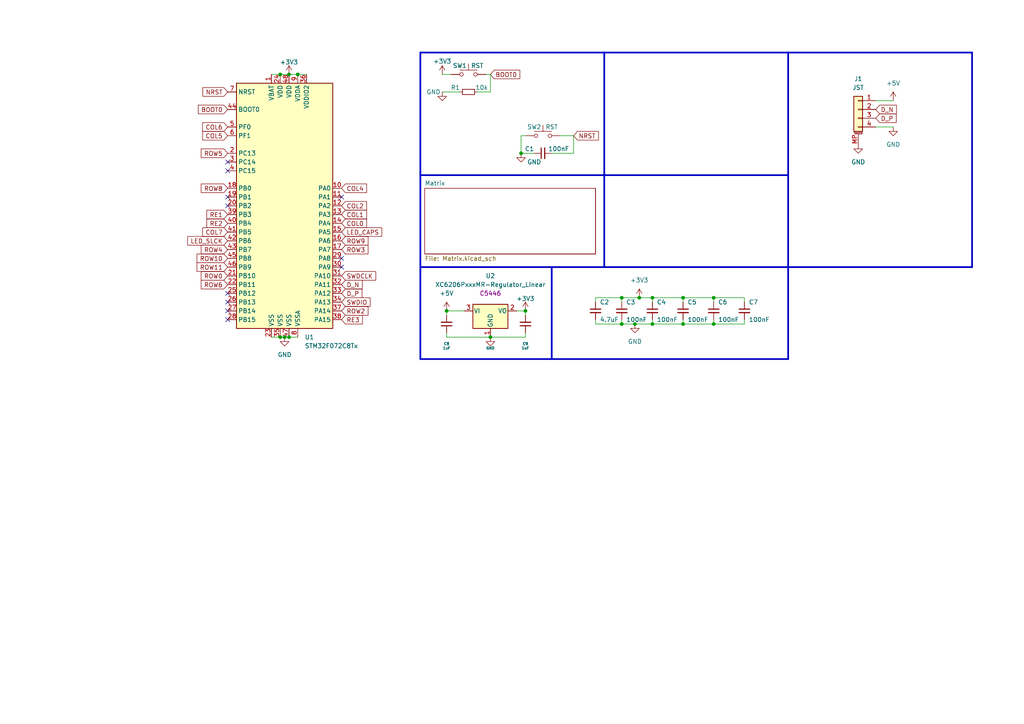
<source format=kicad_sch>
(kicad_sch (version 20231120) (generator "eeschema") (generator_version "8.0")
  (paper "A4")
  (lib_symbols
    (symbol "Connector_Generic_MountingPin:Conn_01x04_MountingPin" (pin_names (offset 1.016) hide)
      (property "Reference" "J" (at 0 5.08 0))
      (property "Value" "Conn_01x04_MountingPin" (at 1.27 -7.62 0))
      (symbol "Conn_01x04_MountingPin_1_1"
        (rectangle (start -1.27 -4.953) (end 0 -5.207) (stroke (width 0.1524)))
        (rectangle (start -1.27 -2.413) (end 0 -2.667) (stroke (width 0.1524)))
        (rectangle (start -1.27 0.127) (end 0 -0.127) (stroke (width 0.1524)))
        (rectangle (start -1.27 2.667) (end 0 2.413) (stroke (width 0.1524)))
        (rectangle (start -1.27 3.81) (end 1.27 -6.35) (stroke (width 0.254)) (fill (type background)))
        (polyline (pts (xy -1.016 -7.112) (xy 1.016 -7.112)) (stroke (width 0.1524)))
        (text "Mounting" (at 0 -6.731 0) (effects (font (size 0.381 0.381))))
        (pin passive line (at -5.08 2.54 0) (length 3.81) (name "Pin_1") (number "1"))
        (pin passive line (at -5.08 0 0) (length 3.81) (name "Pin_2") (number "2"))
        (pin passive line (at -5.08 -2.54 0) (length 3.81) (name "Pin_3") (number "3"))
        (pin passive line (at -5.08 -5.08 0) (length 3.81) (name "Pin_4") (number "4"))
        (pin passive line (at 0 -10.16 90) (length 3.048) (name "MountPin") (number "MP"))
      )
    )
    (symbol "Device:C_Small" (pin_numbers hide) (pin_names (offset 0.254) hide)
      (property "Reference" "C" (at 0.254 1.778 0))
      (property "Value" "C_Small" (at 0.254 -2.032 0))
      (symbol "C_Small_0_1"
        (polyline (pts (xy -1.524 -0.508) (xy 1.524 -0.508)) (stroke (width 0.3302)))
        (polyline (pts (xy -1.524 0.508) (xy 1.524 0.508)) (stroke (width 0.3048)))
      )
      (symbol "C_Small_1_1"
        (pin passive line (at 0 2.54 270) (length 2.032) (name "~") (number "1"))
        (pin passive line (at 0 -2.54 90) (length 2.032) (name "~") (number "2"))
      )
    )
    (symbol "Device:R_Small" (pin_numbers hide) (pin_names (offset 0.254) hide)
      (property "Reference" "R" (at 0.762 0.508 0))
      (property "Value" "R_Small" (at 0.762 -1.016 0))
      (symbol "R_Small_0_1"
        (rectangle (start -0.762 1.778) (end 0.762 -1.778) (stroke (width 0.2032)))
      )
      (symbol "R_Small_1_1"
        (pin passive line (at 0 2.54 270) (length 0.762) (name "~") (number "1"))
        (pin passive line (at 0 -2.54 90) (length 0.762) (name "~") (number "2"))
      )
    )
    (symbol "MCU_ST_STM32F0:STM32F072C8Tx"
      (property "Reference" "U" (at -15.24 36.83 0))
      (property "Value" "STM32F072C8Tx" (at 7.62 36.83 0))
      (symbol "STM32F072C8Tx_0_1"
        (rectangle (start -15.24 -35.56) (end 12.7 35.56) (stroke (width 0.254)) (fill (type background)))
      )
      (symbol "STM32F072C8Tx_1_1"
        (pin power_in line (at -5.08 38.1 270) (length 2.54) (name "VBAT") (number "1"))
        (pin bidirectional line (at 15.24 5.08 180) (length 2.54) (name "PA0") (number "10"))
        (pin bidirectional line (at 15.24 2.54 180) (length 2.54) (name "PA1") (number "11"))
        (pin bidirectional line (at 15.24 0 180) (length 2.54) (name "PA2") (number "12"))
        (pin bidirectional line (at 15.24 -2.54 180) (length 2.54) (name "PA3") (number "13"))
        (pin bidirectional line (at 15.24 -5.08 180) (length 2.54) (name "PA4") (number "14"))
        (pin bidirectional line (at 15.24 -7.62 180) (length 2.54) (name "PA5") (number "15"))
        (pin bidirectional line (at 15.24 -10.16 180) (length 2.54) (name "PA6") (number "16"))
        (pin bidirectional line (at 15.24 -12.7 180) (length 2.54) (name "PA7") (number "17"))
        (pin bidirectional line (at -17.78 5.08 0) (length 2.54) (name "PB0") (number "18"))
        (pin bidirectional line (at -17.78 2.54 0) (length 2.54) (name "PB1") (number "19"))
        (pin bidirectional line (at -17.78 15.24 0) (length 2.54) (name "PC13") (number "2"))
        (pin bidirectional line (at -17.78 0 0) (length 2.54) (name "PB2") (number "20"))
        (pin bidirectional line (at -17.78 -20.32 0) (length 2.54) (name "PB10") (number "21"))
        (pin bidirectional line (at -17.78 -22.86 0) (length 2.54) (name "PB11") (number "22"))
        (pin power_in line (at -5.08 -38.1 90) (length 2.54) (name "VSS") (number "23"))
        (pin power_in line (at -2.54 38.1 270) (length 2.54) (name "VDD") (number "24"))
        (pin bidirectional line (at -17.78 -25.4 0) (length 2.54) (name "PB12") (number "25"))
        (pin bidirectional line (at -17.78 -27.94 0) (length 2.54) (name "PB13") (number "26"))
        (pin bidirectional line (at -17.78 -30.48 0) (length 2.54) (name "PB14") (number "27"))
        (pin bidirectional line (at -17.78 -33.02 0) (length 2.54) (name "PB15") (number "28"))
        (pin bidirectional line (at 15.24 -15.24 180) (length 2.54) (name "PA8") (number "29"))
        (pin bidirectional line (at -17.78 12.7 0) (length 2.54) (name "PC14") (number "3"))
        (pin bidirectional line (at 15.24 -17.78 180) (length 2.54) (name "PA9") (number "30"))
        (pin bidirectional line (at 15.24 -20.32 180) (length 2.54) (name "PA10") (number "31"))
        (pin bidirectional line (at 15.24 -22.86 180) (length 2.54) (name "PA11") (number "32"))
        (pin bidirectional line (at 15.24 -25.4 180) (length 2.54) (name "PA12") (number "33"))
        (pin bidirectional line (at 15.24 -27.94 180) (length 2.54) (name "PA13") (number "34"))
        (pin power_in line (at -2.54 -38.1 90) (length 2.54) (name "VSS") (number "35"))
        (pin power_in line (at 5.08 38.1 270) (length 2.54) (name "VDDIO2") (number "36"))
        (pin bidirectional line (at 15.24 -30.48 180) (length 2.54) (name "PA14") (number "37"))
        (pin bidirectional line (at 15.24 -33.02 180) (length 2.54) (name "PA15") (number "38"))
        (pin bidirectional line (at -17.78 -2.54 0) (length 2.54) (name "PB3") (number "39"))
        (pin bidirectional line (at -17.78 10.16 0) (length 2.54) (name "PC15") (number "4"))
        (pin bidirectional line (at -17.78 -5.08 0) (length 2.54) (name "PB4") (number "40"))
        (pin bidirectional line (at -17.78 -7.62 0) (length 2.54) (name "PB5") (number "41"))
        (pin bidirectional line (at -17.78 -10.16 0) (length 2.54) (name "PB6") (number "42"))
        (pin bidirectional line (at -17.78 -12.7 0) (length 2.54) (name "PB7") (number "43"))
        (pin input line (at -17.78 27.94 0) (length 2.54) (name "BOOT0") (number "44"))
        (pin bidirectional line (at -17.78 -15.24 0) (length 2.54) (name "PB8") (number "45"))
        (pin bidirectional line (at -17.78 -17.78 0) (length 2.54) (name "PB9") (number "46"))
        (pin power_in line (at 0 -38.1 90) (length 2.54) (name "VSS") (number "47"))
        (pin power_in line (at 0 38.1 270) (length 2.54) (name "VDD") (number "48"))
        (pin input line (at -17.78 22.86 0) (length 2.54) (name "PF0") (number "5"))
        (pin input line (at -17.78 20.32 0) (length 2.54) (name "PF1") (number "6"))
        (pin input line (at -17.78 33.02 0) (length 2.54) (name "NRST") (number "7"))
        (pin power_in line (at 2.54 -38.1 90) (length 2.54) (name "VSSA") (number "8"))
        (pin power_in line (at 2.54 38.1 270) (length 2.54) (name "VDDA") (number "9"))
      )
    )
    (symbol "Switch:SW_Push" (pin_numbers hide) (pin_names (offset 1.016) hide)
      (property "Reference" "SW" (at 1.27 2.54 0))
      (property "Value" "SW_Push" (at 0 -1.524 0))
      (symbol "SW_Push_0_1"
        (circle (center -2.032 0) (radius 0.508))
        (polyline (pts (xy 0 1.27) (xy 0 3.048)))
        (polyline (pts (xy 2.54 1.27) (xy -2.54 1.27)))
        (circle (center 2.032 0) (radius 0.508))
        (pin passive line (at -5.08 0 0) (length 2.54) (name "1") (number "1"))
        (pin passive line (at 5.08 0 180) (length 2.54) (name "2") (number "2"))
      )
    )
    (symbol "kicad-keyboard-parts:XC6206PxxxMR-Regulator_Linear" (pin_names (offset 0.254))
      (property "Reference" "U" (at -3.81 3.175 0))
      (property "Value" "XC6206PxxxMR-Regulator_Linear" (at 0 3.175 0))
      (property "LCSC" "C5446" (at 0 0 0))
      (symbol "XC6206PxxxMR-Regulator_Linear_0_1"
        (rectangle (start -5.08 1.905) (end 5.08 -5.08) (stroke (width 0.254)) (fill (type background)))
      )
      (symbol "XC6206PxxxMR-Regulator_Linear_1_1"
        (pin power_in line (at 0 -7.62 90) (length 2.54) (name "GND") (number "1"))
        (pin power_out line (at 7.62 0 180) (length 2.54) (name "VO") (number "2"))
        (pin power_in line (at -7.62 0 0) (length 2.54) (name "VI") (number "3"))
      )
    )
    (symbol "power:+3.3V" (power) (pin_names (offset 0))
      (property "Value" "+3.3V" (at 0 3.556 0))
      (symbol "+3.3V_0_1"
        (polyline (pts (xy -0.762 1.27) (xy 0 2.54)))
        (polyline (pts (xy 0 0) (xy 0 2.54)))
        (polyline (pts (xy 0 2.54) (xy 0.762 1.27)))
      )
      (symbol "+3.3V_1_1"
        (pin power_in line (at 0 0 90) (length 0) hide (name "+3V3") (number "1"))
      )
    )
    (symbol "power:+3V3" (power) (pin_names (offset 0))
      (property "Value" "+3V3" (at 0 3.556 0))
      (symbol "+3V3_0_1"
        (polyline (pts (xy -0.762 1.27) (xy 0 2.54)))
        (polyline (pts (xy 0 0) (xy 0 2.54)))
        (polyline (pts (xy 0 2.54) (xy 0.762 1.27)))
      )
      (symbol "+3V3_1_1"
        (pin power_in line (at 0 0 90) (length 0) hide (name "+3V3") (number "1"))
      )
    )
    (symbol "power:+5V" (power) (pin_names (offset 0))
      (property "Value" "+5V" (at 0 3.556 0))
      (symbol "+5V_0_1"
        (polyline (pts (xy -0.762 1.27) (xy 0 2.54)))
        (polyline (pts (xy 0 0) (xy 0 2.54)))
        (polyline (pts (xy 0 2.54) (xy 0.762 1.27)))
      )
      (symbol "+5V_1_1"
        (pin power_in line (at 0 0 90) (length 0) hide (name "+5V") (number "1"))
      )
    )
    (symbol "power:GND" (power) (pin_names (offset 0))
      (property "Value" "GND" (at 0 -3.81 0))
      (symbol "GND_0_1"
        (polyline (pts (xy 0 0) (xy 0 -1.27) (xy 1.27 -1.27) (xy 0 -2.54) (xy -1.27 -1.27) (xy 0 -1.27)))
      )
      (symbol "GND_1_1"
        (pin power_in line (at 0 0 270) (length 0) hide (name "GND") (number "1"))
      )
    )
  )
  (junction (at 81.28 21.59))
  (junction (at 189.23 86.36))
  (junction (at 180.34 86.36))
  (junction (at 82.55 97.79))
  (junction (at 207.01 86.36))
  (junction (at 151.13 44.45))
  (junction (at 81.28 97.79))
  (junction (at 184.15 93.98))
  (junction (at 83.82 97.79))
  (junction (at 83.82 21.59))
  (junction (at 185.42 86.36))
  (junction (at 198.12 86.36))
  (junction (at 189.23 93.98))
  (junction (at 180.34 93.98))
  (junction (at 86.36 21.59))
  (junction (at 129.54 90.17) (diameter 0.9144))
  (junction (at 152.4 90.17) (diameter 0.9144))
  (junction (at 142.24 97.79) (diameter 0.9144))
  (junction (at 207.01 93.98))
  (junction (at 198.12 93.98))
  (no_connect (at 66.04 59.69))
  (no_connect (at 99.06 77.47))
  (no_connect (at 99.06 74.93))
  (no_connect (at 66.04 49.53))
  (no_connect (at 66.04 85.09))
  (no_connect (at 66.04 92.71))
  (no_connect (at 66.04 87.63))
  (no_connect (at 66.04 90.17))
  (no_connect (at 99.06 57.15))
  (no_connect (at 66.04 46.99))
  (no_connect (at 66.04 57.15))
  (wire (pts (xy 172.72 86.36) (xy 180.34 86.36)))
  (wire (pts (xy 172.72 93.98) (xy 180.34 93.98)))
  (wire (pts (xy 81.28 21.59) (xy 83.82 21.59)))
  (polyline (pts (xy 121.92 77.47) (xy 175.26 77.47)) (stroke (width 0.5) (type solid)))
  (wire (pts (xy 207.01 86.36) (xy 207.01 87.63)))
  (wire (pts (xy 184.15 93.98) (xy 189.23 93.98)))
  (wire (pts (xy 129.54 90.17) (xy 134.62 90.17)))
  (polyline (pts (xy 121.92 77.47) (xy 121.92 104.14)) (stroke (width 0.5) (type solid)))
  (wire (pts (xy 207.01 86.36) (xy 215.9 86.36)))
  (polyline (pts (xy 281.94 77.47) (xy 281.94 15.24)) (stroke (width 0.5) (type solid)))
  (wire (pts (xy 180.34 86.36) (xy 180.34 87.63)))
  (polyline (pts (xy 121.92 15.24) (xy 175.26 15.24)) (stroke (width 0.5) (type solid)))
  (polyline (pts (xy 228.6 77.47) (xy 228.6 104.14)) (stroke (width 0.5) (type solid)))
  (wire (pts (xy 180.34 93.98) (xy 184.15 93.98)))
  (wire (pts (xy 86.36 21.59) (xy 88.9 21.59)))
  (wire (pts (xy 189.23 93.98) (xy 198.12 93.98)))
  (wire (pts (xy 86.36 21.59) (xy 83.82 21.59)))
  (wire (pts (xy 172.72 92.71) (xy 172.72 93.98)))
  (polyline (pts (xy 175.26 50.8) (xy 228.6 50.8)) (stroke (width 0.5) (type solid)))
  (wire (pts (xy 185.42 86.36) (xy 189.23 86.36)))
  (wire (pts (xy 198.12 86.36) (xy 207.01 86.36)))
  (wire (pts (xy 142.24 21.59) (xy 142.24 26.67)))
  (wire (pts (xy 138.43 26.67) (xy 142.24 26.67)))
  (wire (pts (xy 215.9 92.71) (xy 215.9 93.98)))
  (wire (pts (xy 154.94 44.45) (xy 151.13 44.45)))
  (wire (pts (xy 189.23 86.36) (xy 189.23 87.63)))
  (polyline (pts (xy 175.26 15.24) (xy 175.26 77.47)) (stroke (width 0.5) (type solid)))
  (wire (pts (xy 189.23 93.98) (xy 189.23 92.71)))
  (wire (pts (xy 129.54 90.17) (xy 129.54 91.44)))
  (wire (pts (xy 128.27 21.59) (xy 130.81 21.59)))
  (wire (pts (xy 78.74 21.59) (xy 81.28 21.59)))
  (wire (pts (xy 129.54 96.52) (xy 129.54 97.79)))
  (polyline (pts (xy 228.6 15.24) (xy 281.94 15.24)) (stroke (width 0.5) (type solid)))
  (wire (pts (xy 207.01 93.98) (xy 215.9 93.98)))
  (polyline (pts (xy 121.92 77.47) (xy 121.92 15.24)) (stroke (width 0.5) (type solid)))
  (polyline (pts (xy 228.6 77.47) (xy 281.94 77.47)) (stroke (width 0.5) (type solid)))
  (wire (pts (xy 172.72 87.63) (xy 172.72 86.36)))
  (wire (pts (xy 198.12 93.98) (xy 207.01 93.98)))
  (wire (pts (xy 180.34 92.71) (xy 180.34 93.98)))
  (wire (pts (xy 82.55 97.79) (xy 83.82 97.79)))
  (wire (pts (xy 151.13 39.37) (xy 152.4 39.37)))
  (wire (pts (xy 83.82 97.79) (xy 86.36 97.79)))
  (wire (pts (xy 151.13 44.45) (xy 151.13 39.37)))
  (polyline (pts (xy 121.92 104.14) (xy 228.6 104.14)) (stroke (width 0.5) (type solid)))
  (wire (pts (xy 166.37 44.45) (xy 166.37 39.37)))
  (wire (pts (xy 142.24 97.79) (xy 152.4 97.79)))
  (wire (pts (xy 180.34 86.36) (xy 185.42 86.36)))
  (wire (pts (xy 128.27 26.67) (xy 133.35 26.67)))
  (wire (pts (xy 254 29.21) (xy 259.08 29.21)))
  (wire (pts (xy 149.86 90.17) (xy 152.4 90.17)))
  (wire (pts (xy 152.4 96.52) (xy 152.4 97.79)))
  (wire (pts (xy 78.74 97.79) (xy 81.28 97.79)))
  (wire (pts (xy 207.01 92.71) (xy 207.01 93.98)))
  (wire (pts (xy 152.4 90.17) (xy 152.4 91.44)))
  (wire (pts (xy 198.12 86.36) (xy 198.12 87.63)))
  (wire (pts (xy 162.56 39.37) (xy 166.37 39.37)))
  (polyline (pts (xy 175.26 15.24) (xy 228.6 15.24)) (stroke (width 0.5) (type solid)))
  (polyline (pts (xy 121.92 50.8) (xy 175.26 50.8)) (stroke (width 0.5) (type solid)))
  (polyline (pts (xy 160.02 77.47) (xy 160.02 104.14)) (stroke (width 0.5) (type solid)))
  (wire (pts (xy 215.9 86.36) (xy 215.9 87.63)))
  (wire (pts (xy 140.97 21.59) (xy 142.24 21.59)))
  (polyline (pts (xy 228.6 77.47) (xy 228.6 15.24)) (stroke (width 0.5) (type solid)))
  (wire (pts (xy 198.12 93.98) (xy 198.12 92.71)))
  (wire (pts (xy 160.02 44.45) (xy 166.37 44.45)))
  (wire (pts (xy 142.24 97.79) (xy 129.54 97.79)))
  (polyline (pts (xy 175.26 77.47) (xy 228.6 77.47)) (stroke (width 0.5) (type solid)))
  (wire (pts (xy 81.28 97.79) (xy 82.55 97.79)))
  (wire (pts (xy 254 36.83) (xy 259.08 36.83)))
  (wire (pts (xy 189.23 86.36) (xy 198.12 86.36)))
  (global_label "D_P" (shape input) (at 99.06 85.09 0) (property "Intersheetrefs" "${INTERSHEET_REFS}" (effects (hide yes))))
  (global_label "D_N" (shape input) (at 99.06 82.55 0) (property "Intersheetrefs" "${INTERSHEET_REFS}" (effects (hide yes))))
  (global_label "ROW9" (shape input) (at 99.06 69.85 0) (property "Intersheetrefs" "${INTERSHEET_REFS}" (effects (hide yes))))
  (global_label "COL2" (shape input) (at 99.06 59.69 0) (property "Intersheetrefs" "${INTERSHEET_REFS}" (effects (hide yes))))
  (global_label "COL1" (shape input) (at 99.06 62.23 0) (property "Intersheetrefs" "${INTERSHEET_REFS}" (effects (hide yes))))
  (global_label "ROW11" (shape input) (at 66.04 77.47 180) (property "Intersheetrefs" "${INTERSHEET_REFS}" (effects (hide yes))))
  (global_label "D_N" (shape input) (at 254 31.75 0) (property "Intersheetrefs" "${INTERSHEET_REFS}" (effects (hide yes))))
  (global_label "ROW6" (shape input) (at 66.04 82.55 180) (property "Intersheetrefs" "${INTERSHEET_REFS}" (effects (hide yes))))
  (global_label "ROW2" (shape input) (at 99.06 90.17 0) (property "Intersheetrefs" "${INTERSHEET_REFS}" (effects (hide yes))))
  (global_label "RE3" (shape input) (at 99.06 92.71 0) (property "Intersheetrefs" "${INTERSHEET_REFS}" (effects (hide yes))))
  (global_label "ROW8" (shape input) (at 66.04 54.61 180) (property "Intersheetrefs" "${INTERSHEET_REFS}" (effects (hide yes))))
  (global_label "ROW0" (shape input) (at 66.04 80.01 180) (property "Intersheetrefs" "${INTERSHEET_REFS}" (effects (hide yes))))
  (global_label "RE1" (shape input) (at 66.04 62.23 180) (property "Intersheetrefs" "${INTERSHEET_REFS}" (effects (hide yes))))
  (global_label "SWDIO" (shape input) (at 99.06 87.63 0) (property "Intersheetrefs" "${INTERSHEET_REFS}" (effects (hide yes))))
  (global_label "ROW10" (shape input) (at 66.04 74.93 180) (property "Intersheetrefs" "${INTERSHEET_REFS}" (effects (hide yes))))
  (global_label "LED_CAPS" (shape input) (at 99.06 67.31 0) (property "Intersheetrefs" "${INTERSHEET_REFS}" (effects (hide yes))))
  (global_label "LED_SLCK" (shape input) (at 66.04 69.85 180) (property "Intersheetrefs" "${INTERSHEET_REFS}" (effects (hide yes))))
  (global_label "NRST" (shape input) (at 166.37 39.37 0) (property "Intersheetrefs" "${INTERSHEET_REFS}" (effects (hide yes))))
  (global_label "ROW5" (shape input) (at 66.04 44.45 180) (property "Intersheetrefs" "${INTERSHEET_REFS}" (effects (hide yes))))
  (global_label "D_P" (shape input) (at 254 34.29 0) (property "Intersheetrefs" "${INTERSHEET_REFS}" (effects (hide yes))))
  (global_label "COL4" (shape input) (at 99.06 54.61 0) (property "Intersheetrefs" "${INTERSHEET_REFS}" (effects (hide yes))))
  (global_label "COL0" (shape input) (at 99.06 64.77 0) (property "Intersheetrefs" "${INTERSHEET_REFS}" (effects (hide yes))))
  (global_label "COL6" (shape input) (at 66.04 36.83 180) (property "Intersheetrefs" "${INTERSHEET_REFS}" (effects (hide yes))))
  (global_label "ROW3" (shape input) (at 99.06 72.39 0) (property "Intersheetrefs" "${INTERSHEET_REFS}" (effects (hide yes))))
  (global_label "COL5" (shape input) (at 66.04 39.37 180) (property "Intersheetrefs" "${INTERSHEET_REFS}" (effects (hide yes))))
  (global_label "SWDCLK" (shape input) (at 99.06 80.01 0) (property "Intersheetrefs" "${INTERSHEET_REFS}" (effects (hide yes))))
  (global_label "COL7" (shape input) (at 66.04 67.31 180) (property "Intersheetrefs" "${INTERSHEET_REFS}" (effects (hide yes))))
  (global_label "NRST" (shape input) (at 66.04 26.67 180) (property "Intersheetrefs" "${INTERSHEET_REFS}" (effects (hide yes))))
  (global_label "RE2" (shape input) (at 66.04 64.77 180) (property "Intersheetrefs" "${INTERSHEET_REFS}" (effects (hide yes))))
  (global_label "BOOT0" (shape input) (at 142.24 21.59 0) (property "Intersheetrefs" "${INTERSHEET_REFS}" (effects (hide yes))))
  (global_label "BOOT0" (shape input) (at 66.04 31.75 180) (property "Intersheetrefs" "${INTERSHEET_REFS}" (effects (hide yes))))
  (global_label "ROW4" (shape input) (at 66.04 72.39 180) (property "Intersheetrefs" "${INTERSHEET_REFS}" (effects (hide yes))))
  (symbol (lib_id "power:GND") (at 248.92 41.91 0) (unit 1)
    (property "Reference" "#PWR06" (effects (hide yes)))
    (property "Value" "GND" (at 248.92 46.99 0))
  )
  (symbol (lib_id "power:+3.3V") (at 152.4 90.17 0) (unit 1)
    (property "Reference" "#PWR012" (effects (hide yes)))
    (property "Value" "+3V3" (at 152.4 86.6226 0))
  )
  (symbol (lib_id "Device:C_Small") (at 157.48 44.45 90) (unit 1)
    (property "Reference" "C1" (at 154.94 43.18 90) (effects (justify left)))
    (property "Value" "100nF" (at 165.1 43.18 90) (effects (justify left)))
    (property "Footprint" "Capacitor_SMD:C_0402_1005Metric" (effects (hide yes)))
    (property "LCSC" "C307331" (effects (hide yes)))
  )
  (symbol (lib_id "Device:C_Small") (at 129.54 93.98 180) (unit 1)
    (property "Reference" "C8" (at 129.54 99.695 0) (effects (font (size 0.762 0.762))))
    (property "Value" "1uF" (at 129.54 100.965 0) (effects (font (size 0.762 0.762))))
    (property "Footprint" "Capacitor_SMD:C_0402_1005Metric" (effects (hide yes)))
    (property "LCSC" "C52923" (effects (hide yes)))
  )
  (symbol (lib_id "power:+5V") (at 259.08 29.21 0) (unit 1)
    (property "Reference" "#PWR04" (effects (hide yes)))
    (property "Value" "+5V" (at 259.08 24.13 0))
  )
  (symbol (lib_id "Device:C_Small") (at 207.01 90.17 0) (unit 1)
    (property "Reference" "C6" (at 208.28 87.6299 0) (effects (justify left)))
    (property "Value" "100nF" (at 208.28 92.7099 0) (effects (justify left)))
    (property "Footprint" "Capacitor_SMD:C_0402_1005Metric" (effects (hide yes)))
    (property "LCSC" "C307331" (effects (hide yes)))
  )
  (symbol (lib_id "Device:C_Small") (at 198.12 90.17 0) (unit 1)
    (property "Reference" "C5" (at 199.39 87.6299 0) (effects (justify left)))
    (property "Value" "100nF" (at 199.39 92.7099 0) (effects (justify left)))
    (property "Footprint" "Capacitor_SMD:C_0402_1005Metric" (effects (hide yes)))
    (property "LCSC" "C307331" (effects (hide yes)))
  )
  (symbol (lib_id "power:GND") (at 128.27 26.67 0) (unit 1)
    (property "Reference" "#PWR03" (effects (hide yes)))
    (property "Value" "GND" (at 125.73 26.67 0))
  )
  (symbol (lib_id "kicad-keyboard-parts:XC6206PxxxMR-Regulator_Linear") (at 142.24 90.17 0) (unit 1)
    (property "Reference" "U2" (at 142.24 80.01 0))
    (property "Value" "XC6206PxxxMR-Regulator_Linear" (at 142.24 82.55 0))
    (property "Footprint" "Package_TO_SOT_SMD:SOT-23" (effects (hide yes)))
    (property "Datasheet" "https://www.torexsemi.com/file/xc6206/XC6206.pdf" (effects (hide yes)))
    (property "LCSC" "C5446" (at 142.24 85.09 0))
  )
  (symbol (lib_id "Device:C_Small") (at 172.72 90.17 0) (unit 1)
    (property "Reference" "C2" (at 173.99 87.6299 0) (effects (justify left)))
    (property "Value" "4.7uF" (at 173.99 92.7099 0) (effects (justify left)))
    (property "Footprint" "Capacitor_SMD:C_0402_1005Metric" (effects (hide yes)))
    (property "LCSC" "C23733" (effects (hide yes)))
  )
  (symbol (lib_id "power:GND") (at 184.15 93.98 0) (unit 1)
    (property "Reference" "#PWR013" (effects (hide yes)))
    (property "Value" "GND" (at 184.15 99.06 0))
  )
  (symbol (lib_id "power:+5V") (at 129.54 90.17 0) (unit 1)
    (property "Reference" "#PWR011" (effects (hide yes)))
    (property "Value" "+5V" (at 129.54 85.09 0))
  )
  (symbol (lib_id "power:+3.3V") (at 128.27 21.59 0) (unit 1)
    (property "Reference" "#PWR02" (effects (hide yes)))
    (property "Value" "+3V3" (at 128.27 17.78 0))
  )
  (symbol (lib_id "Device:C_Small") (at 215.9 90.17 0) (unit 1)
    (property "Reference" "C7" (at 217.17 87.6299 0) (effects (justify left)))
    (property "Value" "100nF" (at 217.17 92.7099 0) (effects (justify left)))
    (property "Footprint" "Capacitor_SMD:C_0402_1005Metric" (effects (hide yes)))
    (property "LCSC" "C307331" (effects (hide yes)))
  )
  (symbol (lib_id "power:GND") (at 82.55 97.79 0) (unit 1)
    (property "Reference" "#PWR014" (effects (hide yes)))
    (property "Value" "GND" (at 82.55 102.87 0))
  )
  (symbol (lib_id "power:+3.3V") (at 83.82 21.59 0) (unit 1)
    (property "Reference" "#PWR01" (effects (hide yes)))
    (property "Value" "+3V3" (at 83.82 18.0426 0))
  )
  (symbol (lib_id "Switch:SW_Push") (at 157.48 39.37 0) (unit 1)
    (property "Reference" "SW2" (at 154.94 36.83 0))
    (property "Value" "RST" (at 160.02 36.83 0))
    (property "Footprint" "Button_Switch_SMD:SW_SPST_SKQG_WithoutStem" (effects (hide yes)))
    (property "LCSC" "C318884" (effects (hide yes)))
  )
  (symbol (lib_id "Connector_Generic_MountingPin:Conn_01x04_MountingPin") (at 248.92 31.75 0) (mirror y) (unit 1)
    (property "Reference" "J1" (at 248.92 22.86 0))
    (property "Value" "JST" (at 248.92 25.4 0))
    (property "Footprint" "acheron_Connectors:MOLEX_781710004_MountingReliefs" (effects (hide yes)))
    (property "LCSC" "C588524" (effects (hide yes)))
  )
  (symbol (lib_id "MCU_ST_STM32F0:STM32F072C8Tx") (at 83.82 59.69 0) (unit 1)
    (property "Reference" "U1" (at 88.3794 97.79 0) (effects (justify left)))
    (property "Value" "STM32F072C8Tx" (at 88.3794 100.33 0) (effects (justify left)))
    (property "Footprint" "Package_QFP:LQFP-48_7x7mm_P0.5mm" (effects (hide yes)))
    (property "Datasheet" "http://www.st.com/st-web-ui/static/active/en/resource/technical/document/datasheet/DM00090510.pdf" (effects (hide yes)))
    (property "LCSC" "C80488" (effects (hide yes)))
  )
  (symbol (lib_id "power:+3V3") (at 185.42 86.36 0) (unit 1)
    (property "Reference" "#PWR010" (effects (hide yes)))
    (property "Value" "+3V3" (at 185.42 81.28 0))
  )
  (symbol (lib_id "power:GND") (at 142.24 97.79 0) (unit 1)
    (property "Reference" "#PWR015" (effects (hide yes)))
    (property "Value" "GND" (at 142.24 100.965 0) (effects (font (size 0.762 0.762))))
  )
  (symbol (lib_id "Device:R_Small") (at 135.89 26.67 90) (unit 1)
    (property "Reference" "R1" (at 132.08 25.4 90))
    (property "Value" "10k" (at 139.7 25.4 90))
    (property "Footprint" "Resistor_SMD:R_0402_1005Metric" (effects (hide yes)))
    (property "LCSC" "C25744" (effects (hide yes)))
  )
  (symbol (lib_id "Switch:SW_Push") (at 135.89 21.59 0) (unit 1)
    (property "Reference" "SW1" (at 133.35 19.05 0))
    (property "Value" "RST" (at 138.43 19.05 0))
    (property "Footprint" "Button_Switch_SMD:SW_SPST_SKQG_WithoutStem" (effects (hide yes)))
    (property "LCSC" "C318884" (effects (hide yes)))
  )
  (symbol (lib_id "Device:C_Small") (at 189.23 90.17 0) (unit 1)
    (property "Reference" "C4" (at 190.5 87.6299 0) (effects (justify left)))
    (property "Value" "100nF" (at 190.5 92.7099 0) (effects (justify left)))
    (property "Footprint" "Capacitor_SMD:C_0402_1005Metric" (effects (hide yes)))
    (property "LCSC" "C307331" (effects (hide yes)))
  )
  (symbol (lib_id "Device:C_Small") (at 152.4 93.98 180) (unit 1)
    (property "Reference" "C9" (at 152.4 99.695 0) (effects (font (size 0.762 0.762))))
    (property "Value" "1uF" (at 152.4 100.965 0) (effects (font (size 0.762 0.762))))
    (property "Footprint" "Capacitor_SMD:C_0402_1005Metric" (effects (hide yes)))
    (property "LCSC" "C52923" (effects (hide yes)))
  )
  (symbol (lib_id "power:GND") (at 151.13 44.45 0) (unit 1)
    (property "Reference" "#PWR07" (effects (hide yes)))
    (property "Value" "GND" (at 154.94 46.99 0))
  )
  (symbol (lib_id "Device:C_Small") (at 180.34 90.17 0) (unit 1)
    (property "Reference" "C3" (at 181.61 87.6299 0) (effects (justify left)))
    (property "Value" "100nF" (at 181.61 92.7099 0) (effects (justify left)))
    (property "Footprint" "Capacitor_SMD:C_0402_1005Metric" (effects (hide yes)))
    (property "LCSC" "C307331" (effects (hide yes)))
  )
  (symbol (lib_id "power:GND") (at 259.08 36.83 0) (unit 1)
    (property "Reference" "#PWR05" (effects (hide yes)))
    (property "Value" "GND" (at 259.08 41.91 0))
  )
  (sheet (at 123.19 54.61) (size 49.53 19.05) (stroke (width 0.1524))
    (property "Sheetname" "Matrix" (at 123.19 53.8984 0) (effects (justify left bottom)))
    (property "Sheetfile" "Matrix.kicad_sch" (at 123.19 74.2446 0) (effects (justify left top)))
  )
)
</source>
